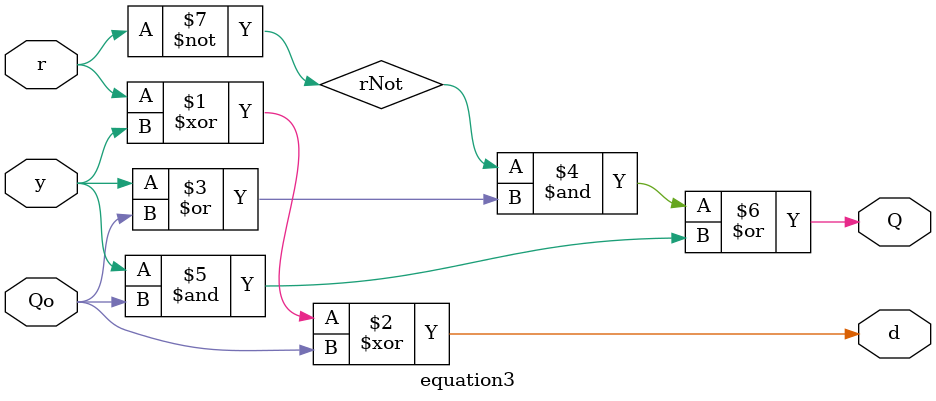
<source format=sv>
`timescale 1ns / 1ps

module equation3 (
  input  logic r,
  input  logic y,
  input  logic Qo,
  output logic Q,
  output logic d);

  //-------------
  // internal wire & regs
  //-------------
  logic rNot;
  logic yNot;
  logic QoNot;

  //------------
  // implementation
  //------------
  
  not Gate1(rNot,r);
  not Gate2(yNot,y);
  not Gate3(QoNot,Qo);
  xor Gate4(d,r,y,Qo);

  assign Q = (rNot & (y | Qo)) | (y & Qo);

endmodule : equation3

</source>
